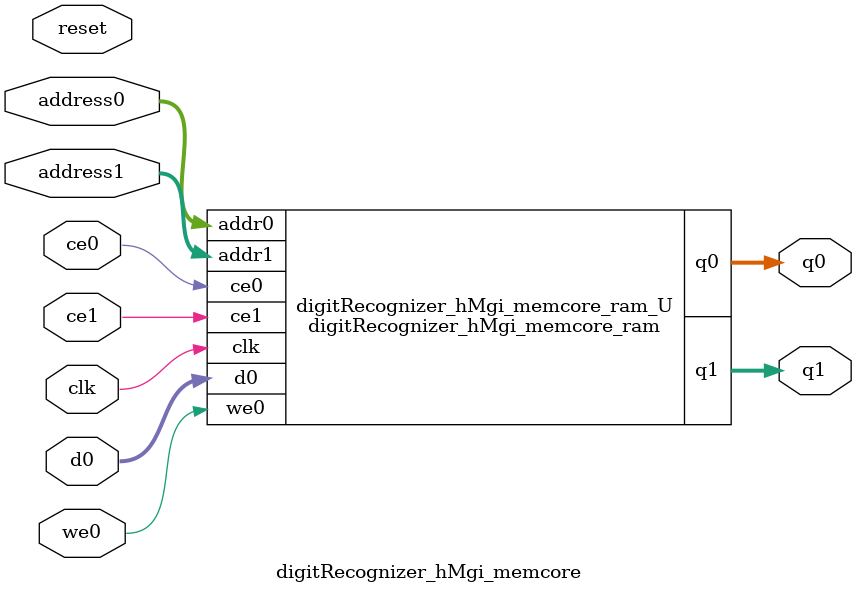
<source format=v>

`timescale 1 ns / 1 ps
module digitRecognizer_hMgi_memcore_ram (addr0, ce0, d0, we0, q0, addr1, ce1, q1,  clk);

parameter DWIDTH = 32;
parameter AWIDTH = 5;
parameter MEM_SIZE = 32;

input[AWIDTH-1:0] addr0;
input ce0;
input[DWIDTH-1:0] d0;
input we0;
output reg[DWIDTH-1:0] q0;
input[AWIDTH-1:0] addr1;
input ce1;
output reg[DWIDTH-1:0] q1;
input clk;

(* ram_style = "block" *)reg [DWIDTH-1:0] ram[0:MEM_SIZE-1];




always @(posedge clk)  
begin 
    if (ce0) 
    begin
        if (we0) 
        begin 
            ram[addr0] <= d0; 
            q0 <= d0;
        end 
        else 
            q0 <= ram[addr0];
    end
end


always @(posedge clk)  
begin 
    if (ce1) 
    begin
            q1 <= ram[addr1];
    end
end


endmodule


`timescale 1 ns / 1 ps
module digitRecognizer_hMgi_memcore(
    reset,
    clk,
    address0,
    ce0,
    we0,
    d0,
    q0,
    address1,
    ce1,
    q1);

parameter DataWidth = 32'd32;
parameter AddressRange = 32'd32;
parameter AddressWidth = 32'd5;
input reset;
input clk;
input[AddressWidth - 1:0] address0;
input ce0;
input we0;
input[DataWidth - 1:0] d0;
output[DataWidth - 1:0] q0;
input[AddressWidth - 1:0] address1;
input ce1;
output[DataWidth - 1:0] q1;



digitRecognizer_hMgi_memcore_ram digitRecognizer_hMgi_memcore_ram_U(
    .clk( clk ),
    .addr0( address0 ),
    .ce0( ce0 ),
    .d0( d0 ),
    .we0( we0 ),
    .q0( q0 ),
    .addr1( address1 ),
    .ce1( ce1 ),
    .q1( q1 ));

endmodule


</source>
